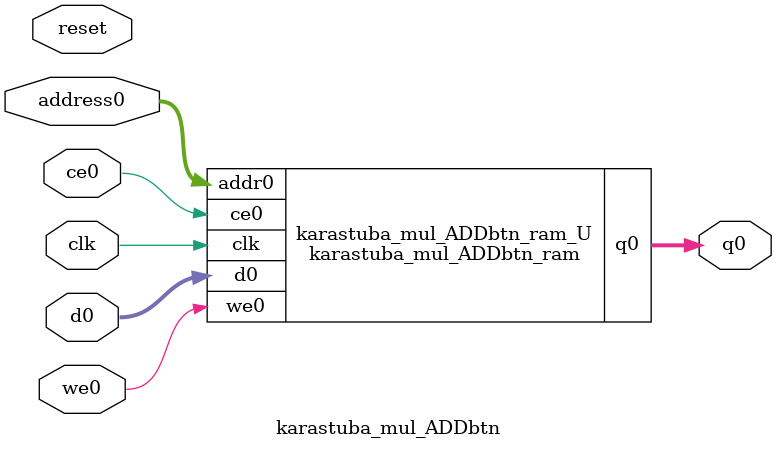
<source format=v>
`timescale 1 ns / 1 ps
module karastuba_mul_ADDbtn_ram (addr0, ce0, d0, we0, q0,  clk);

parameter DWIDTH = 32;
parameter AWIDTH = 8;
parameter MEM_SIZE = 256;

input[AWIDTH-1:0] addr0;
input ce0;
input[DWIDTH-1:0] d0;
input we0;
output reg[DWIDTH-1:0] q0;
input clk;

(* ram_style = "block" *)reg [DWIDTH-1:0] ram[0:MEM_SIZE-1];




always @(posedge clk)  
begin 
    if (ce0) begin
        if (we0) 
            ram[addr0] <= d0; 
        q0 <= ram[addr0];
    end
end


endmodule

`timescale 1 ns / 1 ps
module karastuba_mul_ADDbtn(
    reset,
    clk,
    address0,
    ce0,
    we0,
    d0,
    q0);

parameter DataWidth = 32'd32;
parameter AddressRange = 32'd256;
parameter AddressWidth = 32'd8;
input reset;
input clk;
input[AddressWidth - 1:0] address0;
input ce0;
input we0;
input[DataWidth - 1:0] d0;
output[DataWidth - 1:0] q0;



karastuba_mul_ADDbtn_ram karastuba_mul_ADDbtn_ram_U(
    .clk( clk ),
    .addr0( address0 ),
    .ce0( ce0 ),
    .we0( we0 ),
    .d0( d0 ),
    .q0( q0 ));

endmodule


</source>
